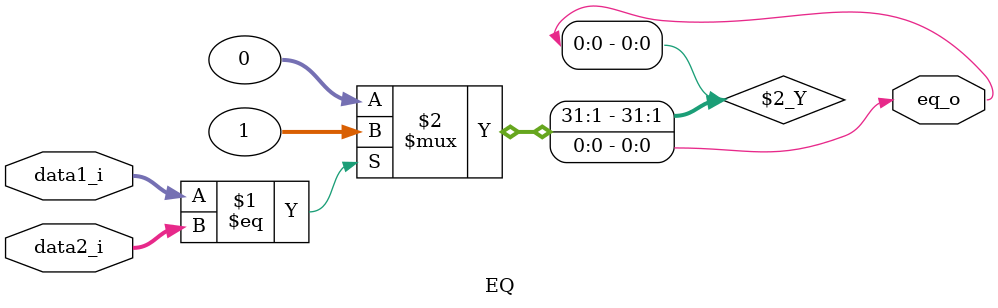
<source format=v>
module EQ(
	data1_i,
	data2_i,
	eq_o
);

input [31:0] data1_i, data2_i;
output eq_o;

assign eq_o = (data1_i == data2_i)? 1: 0;

endmodule

</source>
